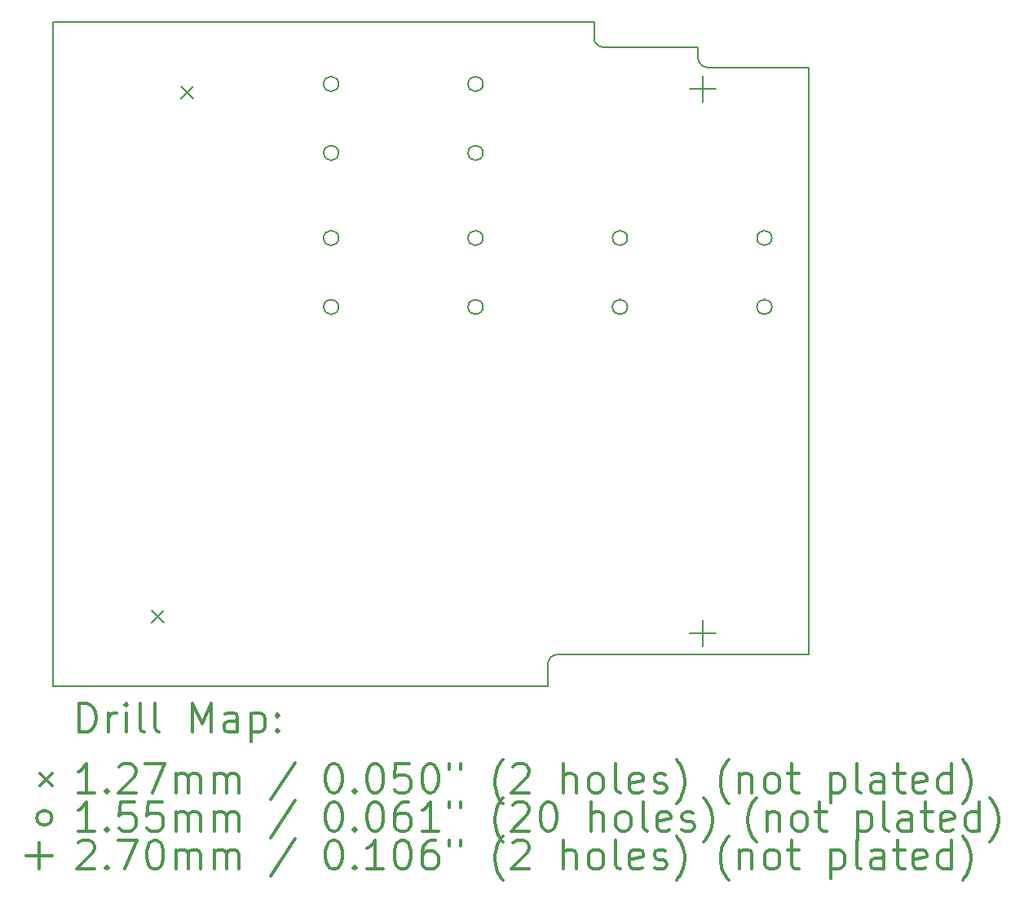
<source format=gbr>
%FSLAX45Y45*%
G04 Gerber Fmt 4.5, Leading zero omitted, Abs format (unit mm)*
G04 Created by KiCad (PCBNEW 5.1.7-a382d34a8~88~ubuntu16.04.1) date 2022-12-07 17:33:47*
%MOMM*%
%LPD*%
G01*
G04 APERTURE LIST*
%TA.AperFunction,Profile*%
%ADD10C,0.200000*%
%TD*%
%ADD11C,0.200000*%
%ADD12C,0.300000*%
G04 APERTURE END LIST*
D10*
X17700000Y-4360000D02*
X17700000Y-4470000D01*
X11000000Y-4100000D02*
X16620000Y-4100000D01*
X11000000Y-5200000D02*
X11000000Y-4100000D01*
X11000000Y-10150000D02*
X11000000Y-5200000D01*
X16720000Y-4360000D02*
G75*
G02*
X16620000Y-4260000I0J100000D01*
G01*
X16620000Y-4100000D02*
X16620000Y-4260000D01*
X17800000Y-4570000D02*
G75*
G02*
X17700000Y-4470000I0J100000D01*
G01*
X17800000Y-4570000D02*
X18850000Y-4570000D01*
X16720000Y-4360000D02*
X17700000Y-4360000D01*
X13840000Y-11000000D02*
X16140000Y-11000000D01*
X11000000Y-10150000D02*
X11000000Y-11000000D01*
X18850000Y-4570000D02*
X18850000Y-10670000D01*
X16140000Y-10770000D02*
G75*
G02*
X16240000Y-10670000I100000J0D01*
G01*
X13840000Y-11000000D02*
X11000000Y-11000000D01*
X16140000Y-10770000D02*
X16140000Y-11000000D01*
X18850000Y-10670000D02*
X16240000Y-10670000D01*
D11*
X12028000Y-10209050D02*
X12155000Y-10336050D01*
X12155000Y-10209050D02*
X12028000Y-10336050D01*
X12333000Y-4770950D02*
X12460000Y-4897950D01*
X12460000Y-4770950D02*
X12333000Y-4897950D01*
X18467500Y-6342000D02*
G75*
G03*
X18467500Y-6342000I-77500J0D01*
G01*
X18467500Y-7058000D02*
G75*
G03*
X18467500Y-7058000I-77500J0D01*
G01*
X13967500Y-6342000D02*
G75*
G03*
X13967500Y-6342000I-77500J0D01*
G01*
X13967500Y-7058000D02*
G75*
G03*
X13967500Y-7058000I-77500J0D01*
G01*
X16967500Y-6342000D02*
G75*
G03*
X16967500Y-6342000I-77500J0D01*
G01*
X16967500Y-7058000D02*
G75*
G03*
X16967500Y-7058000I-77500J0D01*
G01*
X13967500Y-6342000D02*
G75*
G03*
X13967500Y-6342000I-77500J0D01*
G01*
X13967500Y-7058000D02*
G75*
G03*
X13967500Y-7058000I-77500J0D01*
G01*
X15467500Y-4742000D02*
G75*
G03*
X15467500Y-4742000I-77500J0D01*
G01*
X15467500Y-5458000D02*
G75*
G03*
X15467500Y-5458000I-77500J0D01*
G01*
X15467500Y-6342000D02*
G75*
G03*
X15467500Y-6342000I-77500J0D01*
G01*
X15467500Y-7058000D02*
G75*
G03*
X15467500Y-7058000I-77500J0D01*
G01*
X18467500Y-6342000D02*
G75*
G03*
X18467500Y-6342000I-77500J0D01*
G01*
X18467500Y-7058000D02*
G75*
G03*
X18467500Y-7058000I-77500J0D01*
G01*
X13967500Y-4742000D02*
G75*
G03*
X13967500Y-4742000I-77500J0D01*
G01*
X13967500Y-5458000D02*
G75*
G03*
X13967500Y-5458000I-77500J0D01*
G01*
X16967500Y-6342000D02*
G75*
G03*
X16967500Y-6342000I-77500J0D01*
G01*
X16967500Y-7058000D02*
G75*
G03*
X16967500Y-7058000I-77500J0D01*
G01*
X15467500Y-6342000D02*
G75*
G03*
X15467500Y-6342000I-77500J0D01*
G01*
X15467500Y-7058000D02*
G75*
G03*
X15467500Y-7058000I-77500J0D01*
G01*
X17750000Y-4660000D02*
X17750000Y-4930000D01*
X17615000Y-4795000D02*
X17885000Y-4795000D01*
X17750000Y-10315000D02*
X17750000Y-10585000D01*
X17615000Y-10450000D02*
X17885000Y-10450000D01*
D12*
X11276428Y-11475714D02*
X11276428Y-11175714D01*
X11347857Y-11175714D01*
X11390714Y-11190000D01*
X11419286Y-11218571D01*
X11433571Y-11247143D01*
X11447857Y-11304286D01*
X11447857Y-11347143D01*
X11433571Y-11404286D01*
X11419286Y-11432857D01*
X11390714Y-11461429D01*
X11347857Y-11475714D01*
X11276428Y-11475714D01*
X11576428Y-11475714D02*
X11576428Y-11275714D01*
X11576428Y-11332857D02*
X11590714Y-11304286D01*
X11605000Y-11290000D01*
X11633571Y-11275714D01*
X11662143Y-11275714D01*
X11762143Y-11475714D02*
X11762143Y-11275714D01*
X11762143Y-11175714D02*
X11747857Y-11190000D01*
X11762143Y-11204286D01*
X11776428Y-11190000D01*
X11762143Y-11175714D01*
X11762143Y-11204286D01*
X11947857Y-11475714D02*
X11919286Y-11461429D01*
X11905000Y-11432857D01*
X11905000Y-11175714D01*
X12105000Y-11475714D02*
X12076428Y-11461429D01*
X12062143Y-11432857D01*
X12062143Y-11175714D01*
X12447857Y-11475714D02*
X12447857Y-11175714D01*
X12547857Y-11390000D01*
X12647857Y-11175714D01*
X12647857Y-11475714D01*
X12919286Y-11475714D02*
X12919286Y-11318571D01*
X12905000Y-11290000D01*
X12876428Y-11275714D01*
X12819286Y-11275714D01*
X12790714Y-11290000D01*
X12919286Y-11461429D02*
X12890714Y-11475714D01*
X12819286Y-11475714D01*
X12790714Y-11461429D01*
X12776428Y-11432857D01*
X12776428Y-11404286D01*
X12790714Y-11375714D01*
X12819286Y-11361429D01*
X12890714Y-11361429D01*
X12919286Y-11347143D01*
X13062143Y-11275714D02*
X13062143Y-11575714D01*
X13062143Y-11290000D02*
X13090714Y-11275714D01*
X13147857Y-11275714D01*
X13176428Y-11290000D01*
X13190714Y-11304286D01*
X13205000Y-11332857D01*
X13205000Y-11418571D01*
X13190714Y-11447143D01*
X13176428Y-11461429D01*
X13147857Y-11475714D01*
X13090714Y-11475714D01*
X13062143Y-11461429D01*
X13333571Y-11447143D02*
X13347857Y-11461429D01*
X13333571Y-11475714D01*
X13319286Y-11461429D01*
X13333571Y-11447143D01*
X13333571Y-11475714D01*
X13333571Y-11290000D02*
X13347857Y-11304286D01*
X13333571Y-11318571D01*
X13319286Y-11304286D01*
X13333571Y-11290000D01*
X13333571Y-11318571D01*
X10863000Y-11906500D02*
X10990000Y-12033500D01*
X10990000Y-11906500D02*
X10863000Y-12033500D01*
X11433571Y-12105714D02*
X11262143Y-12105714D01*
X11347857Y-12105714D02*
X11347857Y-11805714D01*
X11319286Y-11848571D01*
X11290714Y-11877143D01*
X11262143Y-11891429D01*
X11562143Y-12077143D02*
X11576428Y-12091429D01*
X11562143Y-12105714D01*
X11547857Y-12091429D01*
X11562143Y-12077143D01*
X11562143Y-12105714D01*
X11690714Y-11834286D02*
X11705000Y-11820000D01*
X11733571Y-11805714D01*
X11805000Y-11805714D01*
X11833571Y-11820000D01*
X11847857Y-11834286D01*
X11862143Y-11862857D01*
X11862143Y-11891429D01*
X11847857Y-11934286D01*
X11676428Y-12105714D01*
X11862143Y-12105714D01*
X11962143Y-11805714D02*
X12162143Y-11805714D01*
X12033571Y-12105714D01*
X12276428Y-12105714D02*
X12276428Y-11905714D01*
X12276428Y-11934286D02*
X12290714Y-11920000D01*
X12319286Y-11905714D01*
X12362143Y-11905714D01*
X12390714Y-11920000D01*
X12405000Y-11948571D01*
X12405000Y-12105714D01*
X12405000Y-11948571D02*
X12419286Y-11920000D01*
X12447857Y-11905714D01*
X12490714Y-11905714D01*
X12519286Y-11920000D01*
X12533571Y-11948571D01*
X12533571Y-12105714D01*
X12676428Y-12105714D02*
X12676428Y-11905714D01*
X12676428Y-11934286D02*
X12690714Y-11920000D01*
X12719286Y-11905714D01*
X12762143Y-11905714D01*
X12790714Y-11920000D01*
X12805000Y-11948571D01*
X12805000Y-12105714D01*
X12805000Y-11948571D02*
X12819286Y-11920000D01*
X12847857Y-11905714D01*
X12890714Y-11905714D01*
X12919286Y-11920000D01*
X12933571Y-11948571D01*
X12933571Y-12105714D01*
X13519286Y-11791429D02*
X13262143Y-12177143D01*
X13905000Y-11805714D02*
X13933571Y-11805714D01*
X13962143Y-11820000D01*
X13976428Y-11834286D01*
X13990714Y-11862857D01*
X14005000Y-11920000D01*
X14005000Y-11991429D01*
X13990714Y-12048571D01*
X13976428Y-12077143D01*
X13962143Y-12091429D01*
X13933571Y-12105714D01*
X13905000Y-12105714D01*
X13876428Y-12091429D01*
X13862143Y-12077143D01*
X13847857Y-12048571D01*
X13833571Y-11991429D01*
X13833571Y-11920000D01*
X13847857Y-11862857D01*
X13862143Y-11834286D01*
X13876428Y-11820000D01*
X13905000Y-11805714D01*
X14133571Y-12077143D02*
X14147857Y-12091429D01*
X14133571Y-12105714D01*
X14119286Y-12091429D01*
X14133571Y-12077143D01*
X14133571Y-12105714D01*
X14333571Y-11805714D02*
X14362143Y-11805714D01*
X14390714Y-11820000D01*
X14405000Y-11834286D01*
X14419286Y-11862857D01*
X14433571Y-11920000D01*
X14433571Y-11991429D01*
X14419286Y-12048571D01*
X14405000Y-12077143D01*
X14390714Y-12091429D01*
X14362143Y-12105714D01*
X14333571Y-12105714D01*
X14305000Y-12091429D01*
X14290714Y-12077143D01*
X14276428Y-12048571D01*
X14262143Y-11991429D01*
X14262143Y-11920000D01*
X14276428Y-11862857D01*
X14290714Y-11834286D01*
X14305000Y-11820000D01*
X14333571Y-11805714D01*
X14705000Y-11805714D02*
X14562143Y-11805714D01*
X14547857Y-11948571D01*
X14562143Y-11934286D01*
X14590714Y-11920000D01*
X14662143Y-11920000D01*
X14690714Y-11934286D01*
X14705000Y-11948571D01*
X14719286Y-11977143D01*
X14719286Y-12048571D01*
X14705000Y-12077143D01*
X14690714Y-12091429D01*
X14662143Y-12105714D01*
X14590714Y-12105714D01*
X14562143Y-12091429D01*
X14547857Y-12077143D01*
X14905000Y-11805714D02*
X14933571Y-11805714D01*
X14962143Y-11820000D01*
X14976428Y-11834286D01*
X14990714Y-11862857D01*
X15005000Y-11920000D01*
X15005000Y-11991429D01*
X14990714Y-12048571D01*
X14976428Y-12077143D01*
X14962143Y-12091429D01*
X14933571Y-12105714D01*
X14905000Y-12105714D01*
X14876428Y-12091429D01*
X14862143Y-12077143D01*
X14847857Y-12048571D01*
X14833571Y-11991429D01*
X14833571Y-11920000D01*
X14847857Y-11862857D01*
X14862143Y-11834286D01*
X14876428Y-11820000D01*
X14905000Y-11805714D01*
X15119286Y-11805714D02*
X15119286Y-11862857D01*
X15233571Y-11805714D02*
X15233571Y-11862857D01*
X15676428Y-12220000D02*
X15662143Y-12205714D01*
X15633571Y-12162857D01*
X15619286Y-12134286D01*
X15605000Y-12091429D01*
X15590714Y-12020000D01*
X15590714Y-11962857D01*
X15605000Y-11891429D01*
X15619286Y-11848571D01*
X15633571Y-11820000D01*
X15662143Y-11777143D01*
X15676428Y-11762857D01*
X15776428Y-11834286D02*
X15790714Y-11820000D01*
X15819286Y-11805714D01*
X15890714Y-11805714D01*
X15919286Y-11820000D01*
X15933571Y-11834286D01*
X15947857Y-11862857D01*
X15947857Y-11891429D01*
X15933571Y-11934286D01*
X15762143Y-12105714D01*
X15947857Y-12105714D01*
X16305000Y-12105714D02*
X16305000Y-11805714D01*
X16433571Y-12105714D02*
X16433571Y-11948571D01*
X16419286Y-11920000D01*
X16390714Y-11905714D01*
X16347857Y-11905714D01*
X16319286Y-11920000D01*
X16305000Y-11934286D01*
X16619286Y-12105714D02*
X16590714Y-12091429D01*
X16576428Y-12077143D01*
X16562143Y-12048571D01*
X16562143Y-11962857D01*
X16576428Y-11934286D01*
X16590714Y-11920000D01*
X16619286Y-11905714D01*
X16662143Y-11905714D01*
X16690714Y-11920000D01*
X16705000Y-11934286D01*
X16719286Y-11962857D01*
X16719286Y-12048571D01*
X16705000Y-12077143D01*
X16690714Y-12091429D01*
X16662143Y-12105714D01*
X16619286Y-12105714D01*
X16890714Y-12105714D02*
X16862143Y-12091429D01*
X16847857Y-12062857D01*
X16847857Y-11805714D01*
X17119286Y-12091429D02*
X17090714Y-12105714D01*
X17033571Y-12105714D01*
X17005000Y-12091429D01*
X16990714Y-12062857D01*
X16990714Y-11948571D01*
X17005000Y-11920000D01*
X17033571Y-11905714D01*
X17090714Y-11905714D01*
X17119286Y-11920000D01*
X17133571Y-11948571D01*
X17133571Y-11977143D01*
X16990714Y-12005714D01*
X17247857Y-12091429D02*
X17276428Y-12105714D01*
X17333571Y-12105714D01*
X17362143Y-12091429D01*
X17376428Y-12062857D01*
X17376428Y-12048571D01*
X17362143Y-12020000D01*
X17333571Y-12005714D01*
X17290714Y-12005714D01*
X17262143Y-11991429D01*
X17247857Y-11962857D01*
X17247857Y-11948571D01*
X17262143Y-11920000D01*
X17290714Y-11905714D01*
X17333571Y-11905714D01*
X17362143Y-11920000D01*
X17476428Y-12220000D02*
X17490714Y-12205714D01*
X17519286Y-12162857D01*
X17533571Y-12134286D01*
X17547857Y-12091429D01*
X17562143Y-12020000D01*
X17562143Y-11962857D01*
X17547857Y-11891429D01*
X17533571Y-11848571D01*
X17519286Y-11820000D01*
X17490714Y-11777143D01*
X17476428Y-11762857D01*
X18019286Y-12220000D02*
X18005000Y-12205714D01*
X17976428Y-12162857D01*
X17962143Y-12134286D01*
X17947857Y-12091429D01*
X17933571Y-12020000D01*
X17933571Y-11962857D01*
X17947857Y-11891429D01*
X17962143Y-11848571D01*
X17976428Y-11820000D01*
X18005000Y-11777143D01*
X18019286Y-11762857D01*
X18133571Y-11905714D02*
X18133571Y-12105714D01*
X18133571Y-11934286D02*
X18147857Y-11920000D01*
X18176428Y-11905714D01*
X18219286Y-11905714D01*
X18247857Y-11920000D01*
X18262143Y-11948571D01*
X18262143Y-12105714D01*
X18447857Y-12105714D02*
X18419286Y-12091429D01*
X18405000Y-12077143D01*
X18390714Y-12048571D01*
X18390714Y-11962857D01*
X18405000Y-11934286D01*
X18419286Y-11920000D01*
X18447857Y-11905714D01*
X18490714Y-11905714D01*
X18519286Y-11920000D01*
X18533571Y-11934286D01*
X18547857Y-11962857D01*
X18547857Y-12048571D01*
X18533571Y-12077143D01*
X18519286Y-12091429D01*
X18490714Y-12105714D01*
X18447857Y-12105714D01*
X18633571Y-11905714D02*
X18747857Y-11905714D01*
X18676428Y-11805714D02*
X18676428Y-12062857D01*
X18690714Y-12091429D01*
X18719286Y-12105714D01*
X18747857Y-12105714D01*
X19076428Y-11905714D02*
X19076428Y-12205714D01*
X19076428Y-11920000D02*
X19105000Y-11905714D01*
X19162143Y-11905714D01*
X19190714Y-11920000D01*
X19205000Y-11934286D01*
X19219286Y-11962857D01*
X19219286Y-12048571D01*
X19205000Y-12077143D01*
X19190714Y-12091429D01*
X19162143Y-12105714D01*
X19105000Y-12105714D01*
X19076428Y-12091429D01*
X19390714Y-12105714D02*
X19362143Y-12091429D01*
X19347857Y-12062857D01*
X19347857Y-11805714D01*
X19633571Y-12105714D02*
X19633571Y-11948571D01*
X19619286Y-11920000D01*
X19590714Y-11905714D01*
X19533571Y-11905714D01*
X19505000Y-11920000D01*
X19633571Y-12091429D02*
X19605000Y-12105714D01*
X19533571Y-12105714D01*
X19505000Y-12091429D01*
X19490714Y-12062857D01*
X19490714Y-12034286D01*
X19505000Y-12005714D01*
X19533571Y-11991429D01*
X19605000Y-11991429D01*
X19633571Y-11977143D01*
X19733571Y-11905714D02*
X19847857Y-11905714D01*
X19776428Y-11805714D02*
X19776428Y-12062857D01*
X19790714Y-12091429D01*
X19819286Y-12105714D01*
X19847857Y-12105714D01*
X20062143Y-12091429D02*
X20033571Y-12105714D01*
X19976428Y-12105714D01*
X19947857Y-12091429D01*
X19933571Y-12062857D01*
X19933571Y-11948571D01*
X19947857Y-11920000D01*
X19976428Y-11905714D01*
X20033571Y-11905714D01*
X20062143Y-11920000D01*
X20076428Y-11948571D01*
X20076428Y-11977143D01*
X19933571Y-12005714D01*
X20333571Y-12105714D02*
X20333571Y-11805714D01*
X20333571Y-12091429D02*
X20305000Y-12105714D01*
X20247857Y-12105714D01*
X20219286Y-12091429D01*
X20205000Y-12077143D01*
X20190714Y-12048571D01*
X20190714Y-11962857D01*
X20205000Y-11934286D01*
X20219286Y-11920000D01*
X20247857Y-11905714D01*
X20305000Y-11905714D01*
X20333571Y-11920000D01*
X20447857Y-12220000D02*
X20462143Y-12205714D01*
X20490714Y-12162857D01*
X20505000Y-12134286D01*
X20519286Y-12091429D01*
X20533571Y-12020000D01*
X20533571Y-11962857D01*
X20519286Y-11891429D01*
X20505000Y-11848571D01*
X20490714Y-11820000D01*
X20462143Y-11777143D01*
X20447857Y-11762857D01*
X10990000Y-12366000D02*
G75*
G03*
X10990000Y-12366000I-77500J0D01*
G01*
X11433571Y-12501714D02*
X11262143Y-12501714D01*
X11347857Y-12501714D02*
X11347857Y-12201714D01*
X11319286Y-12244571D01*
X11290714Y-12273143D01*
X11262143Y-12287429D01*
X11562143Y-12473143D02*
X11576428Y-12487429D01*
X11562143Y-12501714D01*
X11547857Y-12487429D01*
X11562143Y-12473143D01*
X11562143Y-12501714D01*
X11847857Y-12201714D02*
X11705000Y-12201714D01*
X11690714Y-12344571D01*
X11705000Y-12330286D01*
X11733571Y-12316000D01*
X11805000Y-12316000D01*
X11833571Y-12330286D01*
X11847857Y-12344571D01*
X11862143Y-12373143D01*
X11862143Y-12444571D01*
X11847857Y-12473143D01*
X11833571Y-12487429D01*
X11805000Y-12501714D01*
X11733571Y-12501714D01*
X11705000Y-12487429D01*
X11690714Y-12473143D01*
X12133571Y-12201714D02*
X11990714Y-12201714D01*
X11976428Y-12344571D01*
X11990714Y-12330286D01*
X12019286Y-12316000D01*
X12090714Y-12316000D01*
X12119286Y-12330286D01*
X12133571Y-12344571D01*
X12147857Y-12373143D01*
X12147857Y-12444571D01*
X12133571Y-12473143D01*
X12119286Y-12487429D01*
X12090714Y-12501714D01*
X12019286Y-12501714D01*
X11990714Y-12487429D01*
X11976428Y-12473143D01*
X12276428Y-12501714D02*
X12276428Y-12301714D01*
X12276428Y-12330286D02*
X12290714Y-12316000D01*
X12319286Y-12301714D01*
X12362143Y-12301714D01*
X12390714Y-12316000D01*
X12405000Y-12344571D01*
X12405000Y-12501714D01*
X12405000Y-12344571D02*
X12419286Y-12316000D01*
X12447857Y-12301714D01*
X12490714Y-12301714D01*
X12519286Y-12316000D01*
X12533571Y-12344571D01*
X12533571Y-12501714D01*
X12676428Y-12501714D02*
X12676428Y-12301714D01*
X12676428Y-12330286D02*
X12690714Y-12316000D01*
X12719286Y-12301714D01*
X12762143Y-12301714D01*
X12790714Y-12316000D01*
X12805000Y-12344571D01*
X12805000Y-12501714D01*
X12805000Y-12344571D02*
X12819286Y-12316000D01*
X12847857Y-12301714D01*
X12890714Y-12301714D01*
X12919286Y-12316000D01*
X12933571Y-12344571D01*
X12933571Y-12501714D01*
X13519286Y-12187429D02*
X13262143Y-12573143D01*
X13905000Y-12201714D02*
X13933571Y-12201714D01*
X13962143Y-12216000D01*
X13976428Y-12230286D01*
X13990714Y-12258857D01*
X14005000Y-12316000D01*
X14005000Y-12387429D01*
X13990714Y-12444571D01*
X13976428Y-12473143D01*
X13962143Y-12487429D01*
X13933571Y-12501714D01*
X13905000Y-12501714D01*
X13876428Y-12487429D01*
X13862143Y-12473143D01*
X13847857Y-12444571D01*
X13833571Y-12387429D01*
X13833571Y-12316000D01*
X13847857Y-12258857D01*
X13862143Y-12230286D01*
X13876428Y-12216000D01*
X13905000Y-12201714D01*
X14133571Y-12473143D02*
X14147857Y-12487429D01*
X14133571Y-12501714D01*
X14119286Y-12487429D01*
X14133571Y-12473143D01*
X14133571Y-12501714D01*
X14333571Y-12201714D02*
X14362143Y-12201714D01*
X14390714Y-12216000D01*
X14405000Y-12230286D01*
X14419286Y-12258857D01*
X14433571Y-12316000D01*
X14433571Y-12387429D01*
X14419286Y-12444571D01*
X14405000Y-12473143D01*
X14390714Y-12487429D01*
X14362143Y-12501714D01*
X14333571Y-12501714D01*
X14305000Y-12487429D01*
X14290714Y-12473143D01*
X14276428Y-12444571D01*
X14262143Y-12387429D01*
X14262143Y-12316000D01*
X14276428Y-12258857D01*
X14290714Y-12230286D01*
X14305000Y-12216000D01*
X14333571Y-12201714D01*
X14690714Y-12201714D02*
X14633571Y-12201714D01*
X14605000Y-12216000D01*
X14590714Y-12230286D01*
X14562143Y-12273143D01*
X14547857Y-12330286D01*
X14547857Y-12444571D01*
X14562143Y-12473143D01*
X14576428Y-12487429D01*
X14605000Y-12501714D01*
X14662143Y-12501714D01*
X14690714Y-12487429D01*
X14705000Y-12473143D01*
X14719286Y-12444571D01*
X14719286Y-12373143D01*
X14705000Y-12344571D01*
X14690714Y-12330286D01*
X14662143Y-12316000D01*
X14605000Y-12316000D01*
X14576428Y-12330286D01*
X14562143Y-12344571D01*
X14547857Y-12373143D01*
X15005000Y-12501714D02*
X14833571Y-12501714D01*
X14919286Y-12501714D02*
X14919286Y-12201714D01*
X14890714Y-12244571D01*
X14862143Y-12273143D01*
X14833571Y-12287429D01*
X15119286Y-12201714D02*
X15119286Y-12258857D01*
X15233571Y-12201714D02*
X15233571Y-12258857D01*
X15676428Y-12616000D02*
X15662143Y-12601714D01*
X15633571Y-12558857D01*
X15619286Y-12530286D01*
X15605000Y-12487429D01*
X15590714Y-12416000D01*
X15590714Y-12358857D01*
X15605000Y-12287429D01*
X15619286Y-12244571D01*
X15633571Y-12216000D01*
X15662143Y-12173143D01*
X15676428Y-12158857D01*
X15776428Y-12230286D02*
X15790714Y-12216000D01*
X15819286Y-12201714D01*
X15890714Y-12201714D01*
X15919286Y-12216000D01*
X15933571Y-12230286D01*
X15947857Y-12258857D01*
X15947857Y-12287429D01*
X15933571Y-12330286D01*
X15762143Y-12501714D01*
X15947857Y-12501714D01*
X16133571Y-12201714D02*
X16162143Y-12201714D01*
X16190714Y-12216000D01*
X16205000Y-12230286D01*
X16219286Y-12258857D01*
X16233571Y-12316000D01*
X16233571Y-12387429D01*
X16219286Y-12444571D01*
X16205000Y-12473143D01*
X16190714Y-12487429D01*
X16162143Y-12501714D01*
X16133571Y-12501714D01*
X16105000Y-12487429D01*
X16090714Y-12473143D01*
X16076428Y-12444571D01*
X16062143Y-12387429D01*
X16062143Y-12316000D01*
X16076428Y-12258857D01*
X16090714Y-12230286D01*
X16105000Y-12216000D01*
X16133571Y-12201714D01*
X16590714Y-12501714D02*
X16590714Y-12201714D01*
X16719286Y-12501714D02*
X16719286Y-12344571D01*
X16705000Y-12316000D01*
X16676428Y-12301714D01*
X16633571Y-12301714D01*
X16605000Y-12316000D01*
X16590714Y-12330286D01*
X16905000Y-12501714D02*
X16876428Y-12487429D01*
X16862143Y-12473143D01*
X16847857Y-12444571D01*
X16847857Y-12358857D01*
X16862143Y-12330286D01*
X16876428Y-12316000D01*
X16905000Y-12301714D01*
X16947857Y-12301714D01*
X16976428Y-12316000D01*
X16990714Y-12330286D01*
X17005000Y-12358857D01*
X17005000Y-12444571D01*
X16990714Y-12473143D01*
X16976428Y-12487429D01*
X16947857Y-12501714D01*
X16905000Y-12501714D01*
X17176428Y-12501714D02*
X17147857Y-12487429D01*
X17133571Y-12458857D01*
X17133571Y-12201714D01*
X17405000Y-12487429D02*
X17376428Y-12501714D01*
X17319286Y-12501714D01*
X17290714Y-12487429D01*
X17276428Y-12458857D01*
X17276428Y-12344571D01*
X17290714Y-12316000D01*
X17319286Y-12301714D01*
X17376428Y-12301714D01*
X17405000Y-12316000D01*
X17419286Y-12344571D01*
X17419286Y-12373143D01*
X17276428Y-12401714D01*
X17533571Y-12487429D02*
X17562143Y-12501714D01*
X17619286Y-12501714D01*
X17647857Y-12487429D01*
X17662143Y-12458857D01*
X17662143Y-12444571D01*
X17647857Y-12416000D01*
X17619286Y-12401714D01*
X17576428Y-12401714D01*
X17547857Y-12387429D01*
X17533571Y-12358857D01*
X17533571Y-12344571D01*
X17547857Y-12316000D01*
X17576428Y-12301714D01*
X17619286Y-12301714D01*
X17647857Y-12316000D01*
X17762143Y-12616000D02*
X17776428Y-12601714D01*
X17805000Y-12558857D01*
X17819286Y-12530286D01*
X17833571Y-12487429D01*
X17847857Y-12416000D01*
X17847857Y-12358857D01*
X17833571Y-12287429D01*
X17819286Y-12244571D01*
X17805000Y-12216000D01*
X17776428Y-12173143D01*
X17762143Y-12158857D01*
X18305000Y-12616000D02*
X18290714Y-12601714D01*
X18262143Y-12558857D01*
X18247857Y-12530286D01*
X18233571Y-12487429D01*
X18219286Y-12416000D01*
X18219286Y-12358857D01*
X18233571Y-12287429D01*
X18247857Y-12244571D01*
X18262143Y-12216000D01*
X18290714Y-12173143D01*
X18305000Y-12158857D01*
X18419286Y-12301714D02*
X18419286Y-12501714D01*
X18419286Y-12330286D02*
X18433571Y-12316000D01*
X18462143Y-12301714D01*
X18505000Y-12301714D01*
X18533571Y-12316000D01*
X18547857Y-12344571D01*
X18547857Y-12501714D01*
X18733571Y-12501714D02*
X18705000Y-12487429D01*
X18690714Y-12473143D01*
X18676428Y-12444571D01*
X18676428Y-12358857D01*
X18690714Y-12330286D01*
X18705000Y-12316000D01*
X18733571Y-12301714D01*
X18776428Y-12301714D01*
X18805000Y-12316000D01*
X18819286Y-12330286D01*
X18833571Y-12358857D01*
X18833571Y-12444571D01*
X18819286Y-12473143D01*
X18805000Y-12487429D01*
X18776428Y-12501714D01*
X18733571Y-12501714D01*
X18919286Y-12301714D02*
X19033571Y-12301714D01*
X18962143Y-12201714D02*
X18962143Y-12458857D01*
X18976428Y-12487429D01*
X19005000Y-12501714D01*
X19033571Y-12501714D01*
X19362143Y-12301714D02*
X19362143Y-12601714D01*
X19362143Y-12316000D02*
X19390714Y-12301714D01*
X19447857Y-12301714D01*
X19476428Y-12316000D01*
X19490714Y-12330286D01*
X19505000Y-12358857D01*
X19505000Y-12444571D01*
X19490714Y-12473143D01*
X19476428Y-12487429D01*
X19447857Y-12501714D01*
X19390714Y-12501714D01*
X19362143Y-12487429D01*
X19676428Y-12501714D02*
X19647857Y-12487429D01*
X19633571Y-12458857D01*
X19633571Y-12201714D01*
X19919286Y-12501714D02*
X19919286Y-12344571D01*
X19905000Y-12316000D01*
X19876428Y-12301714D01*
X19819286Y-12301714D01*
X19790714Y-12316000D01*
X19919286Y-12487429D02*
X19890714Y-12501714D01*
X19819286Y-12501714D01*
X19790714Y-12487429D01*
X19776428Y-12458857D01*
X19776428Y-12430286D01*
X19790714Y-12401714D01*
X19819286Y-12387429D01*
X19890714Y-12387429D01*
X19919286Y-12373143D01*
X20019286Y-12301714D02*
X20133571Y-12301714D01*
X20062143Y-12201714D02*
X20062143Y-12458857D01*
X20076428Y-12487429D01*
X20105000Y-12501714D01*
X20133571Y-12501714D01*
X20347857Y-12487429D02*
X20319286Y-12501714D01*
X20262143Y-12501714D01*
X20233571Y-12487429D01*
X20219286Y-12458857D01*
X20219286Y-12344571D01*
X20233571Y-12316000D01*
X20262143Y-12301714D01*
X20319286Y-12301714D01*
X20347857Y-12316000D01*
X20362143Y-12344571D01*
X20362143Y-12373143D01*
X20219286Y-12401714D01*
X20619286Y-12501714D02*
X20619286Y-12201714D01*
X20619286Y-12487429D02*
X20590714Y-12501714D01*
X20533571Y-12501714D01*
X20505000Y-12487429D01*
X20490714Y-12473143D01*
X20476428Y-12444571D01*
X20476428Y-12358857D01*
X20490714Y-12330286D01*
X20505000Y-12316000D01*
X20533571Y-12301714D01*
X20590714Y-12301714D01*
X20619286Y-12316000D01*
X20733571Y-12616000D02*
X20747857Y-12601714D01*
X20776428Y-12558857D01*
X20790714Y-12530286D01*
X20805000Y-12487429D01*
X20819286Y-12416000D01*
X20819286Y-12358857D01*
X20805000Y-12287429D01*
X20790714Y-12244571D01*
X20776428Y-12216000D01*
X20747857Y-12173143D01*
X20733571Y-12158857D01*
X10855000Y-12627000D02*
X10855000Y-12897000D01*
X10720000Y-12762000D02*
X10990000Y-12762000D01*
X11262143Y-12626286D02*
X11276428Y-12612000D01*
X11305000Y-12597714D01*
X11376428Y-12597714D01*
X11405000Y-12612000D01*
X11419286Y-12626286D01*
X11433571Y-12654857D01*
X11433571Y-12683429D01*
X11419286Y-12726286D01*
X11247857Y-12897714D01*
X11433571Y-12897714D01*
X11562143Y-12869143D02*
X11576428Y-12883429D01*
X11562143Y-12897714D01*
X11547857Y-12883429D01*
X11562143Y-12869143D01*
X11562143Y-12897714D01*
X11676428Y-12597714D02*
X11876428Y-12597714D01*
X11747857Y-12897714D01*
X12047857Y-12597714D02*
X12076428Y-12597714D01*
X12105000Y-12612000D01*
X12119286Y-12626286D01*
X12133571Y-12654857D01*
X12147857Y-12712000D01*
X12147857Y-12783429D01*
X12133571Y-12840571D01*
X12119286Y-12869143D01*
X12105000Y-12883429D01*
X12076428Y-12897714D01*
X12047857Y-12897714D01*
X12019286Y-12883429D01*
X12005000Y-12869143D01*
X11990714Y-12840571D01*
X11976428Y-12783429D01*
X11976428Y-12712000D01*
X11990714Y-12654857D01*
X12005000Y-12626286D01*
X12019286Y-12612000D01*
X12047857Y-12597714D01*
X12276428Y-12897714D02*
X12276428Y-12697714D01*
X12276428Y-12726286D02*
X12290714Y-12712000D01*
X12319286Y-12697714D01*
X12362143Y-12697714D01*
X12390714Y-12712000D01*
X12405000Y-12740571D01*
X12405000Y-12897714D01*
X12405000Y-12740571D02*
X12419286Y-12712000D01*
X12447857Y-12697714D01*
X12490714Y-12697714D01*
X12519286Y-12712000D01*
X12533571Y-12740571D01*
X12533571Y-12897714D01*
X12676428Y-12897714D02*
X12676428Y-12697714D01*
X12676428Y-12726286D02*
X12690714Y-12712000D01*
X12719286Y-12697714D01*
X12762143Y-12697714D01*
X12790714Y-12712000D01*
X12805000Y-12740571D01*
X12805000Y-12897714D01*
X12805000Y-12740571D02*
X12819286Y-12712000D01*
X12847857Y-12697714D01*
X12890714Y-12697714D01*
X12919286Y-12712000D01*
X12933571Y-12740571D01*
X12933571Y-12897714D01*
X13519286Y-12583429D02*
X13262143Y-12969143D01*
X13905000Y-12597714D02*
X13933571Y-12597714D01*
X13962143Y-12612000D01*
X13976428Y-12626286D01*
X13990714Y-12654857D01*
X14005000Y-12712000D01*
X14005000Y-12783429D01*
X13990714Y-12840571D01*
X13976428Y-12869143D01*
X13962143Y-12883429D01*
X13933571Y-12897714D01*
X13905000Y-12897714D01*
X13876428Y-12883429D01*
X13862143Y-12869143D01*
X13847857Y-12840571D01*
X13833571Y-12783429D01*
X13833571Y-12712000D01*
X13847857Y-12654857D01*
X13862143Y-12626286D01*
X13876428Y-12612000D01*
X13905000Y-12597714D01*
X14133571Y-12869143D02*
X14147857Y-12883429D01*
X14133571Y-12897714D01*
X14119286Y-12883429D01*
X14133571Y-12869143D01*
X14133571Y-12897714D01*
X14433571Y-12897714D02*
X14262143Y-12897714D01*
X14347857Y-12897714D02*
X14347857Y-12597714D01*
X14319286Y-12640571D01*
X14290714Y-12669143D01*
X14262143Y-12683429D01*
X14619286Y-12597714D02*
X14647857Y-12597714D01*
X14676428Y-12612000D01*
X14690714Y-12626286D01*
X14705000Y-12654857D01*
X14719286Y-12712000D01*
X14719286Y-12783429D01*
X14705000Y-12840571D01*
X14690714Y-12869143D01*
X14676428Y-12883429D01*
X14647857Y-12897714D01*
X14619286Y-12897714D01*
X14590714Y-12883429D01*
X14576428Y-12869143D01*
X14562143Y-12840571D01*
X14547857Y-12783429D01*
X14547857Y-12712000D01*
X14562143Y-12654857D01*
X14576428Y-12626286D01*
X14590714Y-12612000D01*
X14619286Y-12597714D01*
X14976428Y-12597714D02*
X14919286Y-12597714D01*
X14890714Y-12612000D01*
X14876428Y-12626286D01*
X14847857Y-12669143D01*
X14833571Y-12726286D01*
X14833571Y-12840571D01*
X14847857Y-12869143D01*
X14862143Y-12883429D01*
X14890714Y-12897714D01*
X14947857Y-12897714D01*
X14976428Y-12883429D01*
X14990714Y-12869143D01*
X15005000Y-12840571D01*
X15005000Y-12769143D01*
X14990714Y-12740571D01*
X14976428Y-12726286D01*
X14947857Y-12712000D01*
X14890714Y-12712000D01*
X14862143Y-12726286D01*
X14847857Y-12740571D01*
X14833571Y-12769143D01*
X15119286Y-12597714D02*
X15119286Y-12654857D01*
X15233571Y-12597714D02*
X15233571Y-12654857D01*
X15676428Y-13012000D02*
X15662143Y-12997714D01*
X15633571Y-12954857D01*
X15619286Y-12926286D01*
X15605000Y-12883429D01*
X15590714Y-12812000D01*
X15590714Y-12754857D01*
X15605000Y-12683429D01*
X15619286Y-12640571D01*
X15633571Y-12612000D01*
X15662143Y-12569143D01*
X15676428Y-12554857D01*
X15776428Y-12626286D02*
X15790714Y-12612000D01*
X15819286Y-12597714D01*
X15890714Y-12597714D01*
X15919286Y-12612000D01*
X15933571Y-12626286D01*
X15947857Y-12654857D01*
X15947857Y-12683429D01*
X15933571Y-12726286D01*
X15762143Y-12897714D01*
X15947857Y-12897714D01*
X16305000Y-12897714D02*
X16305000Y-12597714D01*
X16433571Y-12897714D02*
X16433571Y-12740571D01*
X16419286Y-12712000D01*
X16390714Y-12697714D01*
X16347857Y-12697714D01*
X16319286Y-12712000D01*
X16305000Y-12726286D01*
X16619286Y-12897714D02*
X16590714Y-12883429D01*
X16576428Y-12869143D01*
X16562143Y-12840571D01*
X16562143Y-12754857D01*
X16576428Y-12726286D01*
X16590714Y-12712000D01*
X16619286Y-12697714D01*
X16662143Y-12697714D01*
X16690714Y-12712000D01*
X16705000Y-12726286D01*
X16719286Y-12754857D01*
X16719286Y-12840571D01*
X16705000Y-12869143D01*
X16690714Y-12883429D01*
X16662143Y-12897714D01*
X16619286Y-12897714D01*
X16890714Y-12897714D02*
X16862143Y-12883429D01*
X16847857Y-12854857D01*
X16847857Y-12597714D01*
X17119286Y-12883429D02*
X17090714Y-12897714D01*
X17033571Y-12897714D01*
X17005000Y-12883429D01*
X16990714Y-12854857D01*
X16990714Y-12740571D01*
X17005000Y-12712000D01*
X17033571Y-12697714D01*
X17090714Y-12697714D01*
X17119286Y-12712000D01*
X17133571Y-12740571D01*
X17133571Y-12769143D01*
X16990714Y-12797714D01*
X17247857Y-12883429D02*
X17276428Y-12897714D01*
X17333571Y-12897714D01*
X17362143Y-12883429D01*
X17376428Y-12854857D01*
X17376428Y-12840571D01*
X17362143Y-12812000D01*
X17333571Y-12797714D01*
X17290714Y-12797714D01*
X17262143Y-12783429D01*
X17247857Y-12754857D01*
X17247857Y-12740571D01*
X17262143Y-12712000D01*
X17290714Y-12697714D01*
X17333571Y-12697714D01*
X17362143Y-12712000D01*
X17476428Y-13012000D02*
X17490714Y-12997714D01*
X17519286Y-12954857D01*
X17533571Y-12926286D01*
X17547857Y-12883429D01*
X17562143Y-12812000D01*
X17562143Y-12754857D01*
X17547857Y-12683429D01*
X17533571Y-12640571D01*
X17519286Y-12612000D01*
X17490714Y-12569143D01*
X17476428Y-12554857D01*
X18019286Y-13012000D02*
X18005000Y-12997714D01*
X17976428Y-12954857D01*
X17962143Y-12926286D01*
X17947857Y-12883429D01*
X17933571Y-12812000D01*
X17933571Y-12754857D01*
X17947857Y-12683429D01*
X17962143Y-12640571D01*
X17976428Y-12612000D01*
X18005000Y-12569143D01*
X18019286Y-12554857D01*
X18133571Y-12697714D02*
X18133571Y-12897714D01*
X18133571Y-12726286D02*
X18147857Y-12712000D01*
X18176428Y-12697714D01*
X18219286Y-12697714D01*
X18247857Y-12712000D01*
X18262143Y-12740571D01*
X18262143Y-12897714D01*
X18447857Y-12897714D02*
X18419286Y-12883429D01*
X18405000Y-12869143D01*
X18390714Y-12840571D01*
X18390714Y-12754857D01*
X18405000Y-12726286D01*
X18419286Y-12712000D01*
X18447857Y-12697714D01*
X18490714Y-12697714D01*
X18519286Y-12712000D01*
X18533571Y-12726286D01*
X18547857Y-12754857D01*
X18547857Y-12840571D01*
X18533571Y-12869143D01*
X18519286Y-12883429D01*
X18490714Y-12897714D01*
X18447857Y-12897714D01*
X18633571Y-12697714D02*
X18747857Y-12697714D01*
X18676428Y-12597714D02*
X18676428Y-12854857D01*
X18690714Y-12883429D01*
X18719286Y-12897714D01*
X18747857Y-12897714D01*
X19076428Y-12697714D02*
X19076428Y-12997714D01*
X19076428Y-12712000D02*
X19105000Y-12697714D01*
X19162143Y-12697714D01*
X19190714Y-12712000D01*
X19205000Y-12726286D01*
X19219286Y-12754857D01*
X19219286Y-12840571D01*
X19205000Y-12869143D01*
X19190714Y-12883429D01*
X19162143Y-12897714D01*
X19105000Y-12897714D01*
X19076428Y-12883429D01*
X19390714Y-12897714D02*
X19362143Y-12883429D01*
X19347857Y-12854857D01*
X19347857Y-12597714D01*
X19633571Y-12897714D02*
X19633571Y-12740571D01*
X19619286Y-12712000D01*
X19590714Y-12697714D01*
X19533571Y-12697714D01*
X19505000Y-12712000D01*
X19633571Y-12883429D02*
X19605000Y-12897714D01*
X19533571Y-12897714D01*
X19505000Y-12883429D01*
X19490714Y-12854857D01*
X19490714Y-12826286D01*
X19505000Y-12797714D01*
X19533571Y-12783429D01*
X19605000Y-12783429D01*
X19633571Y-12769143D01*
X19733571Y-12697714D02*
X19847857Y-12697714D01*
X19776428Y-12597714D02*
X19776428Y-12854857D01*
X19790714Y-12883429D01*
X19819286Y-12897714D01*
X19847857Y-12897714D01*
X20062143Y-12883429D02*
X20033571Y-12897714D01*
X19976428Y-12897714D01*
X19947857Y-12883429D01*
X19933571Y-12854857D01*
X19933571Y-12740571D01*
X19947857Y-12712000D01*
X19976428Y-12697714D01*
X20033571Y-12697714D01*
X20062143Y-12712000D01*
X20076428Y-12740571D01*
X20076428Y-12769143D01*
X19933571Y-12797714D01*
X20333571Y-12897714D02*
X20333571Y-12597714D01*
X20333571Y-12883429D02*
X20305000Y-12897714D01*
X20247857Y-12897714D01*
X20219286Y-12883429D01*
X20205000Y-12869143D01*
X20190714Y-12840571D01*
X20190714Y-12754857D01*
X20205000Y-12726286D01*
X20219286Y-12712000D01*
X20247857Y-12697714D01*
X20305000Y-12697714D01*
X20333571Y-12712000D01*
X20447857Y-13012000D02*
X20462143Y-12997714D01*
X20490714Y-12954857D01*
X20505000Y-12926286D01*
X20519286Y-12883429D01*
X20533571Y-12812000D01*
X20533571Y-12754857D01*
X20519286Y-12683429D01*
X20505000Y-12640571D01*
X20490714Y-12612000D01*
X20462143Y-12569143D01*
X20447857Y-12554857D01*
M02*

</source>
